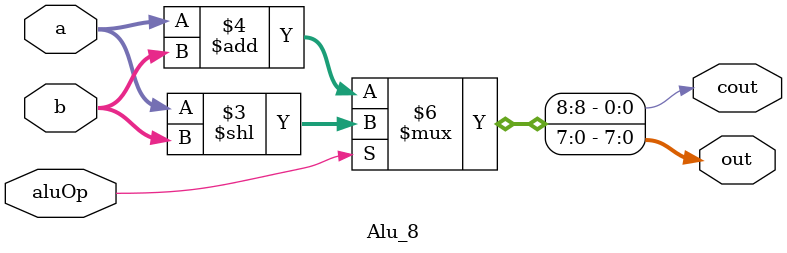
<source format=v>
`timescale 1ns / 1ps


module Alu_8(   input[7:0] a,
                input[7:0] b,
                output reg [7:0]  out,
                output reg cout,	
                input aluOp
    );
    
      
 //Always
  always @ (a or b or aluOp) begin
    
    //if op[1] & 1
    if (aluOp == 1'b1) begin
      
      //sll(a,b,c)
      {cout,out} = a << b;
      
    //else if op[0] & 1
    end else begin
  
      //out = a + b
      {cout,out} = a + b;
    end
    
   
  end
//add(a,b,c)
endmodule

</source>
